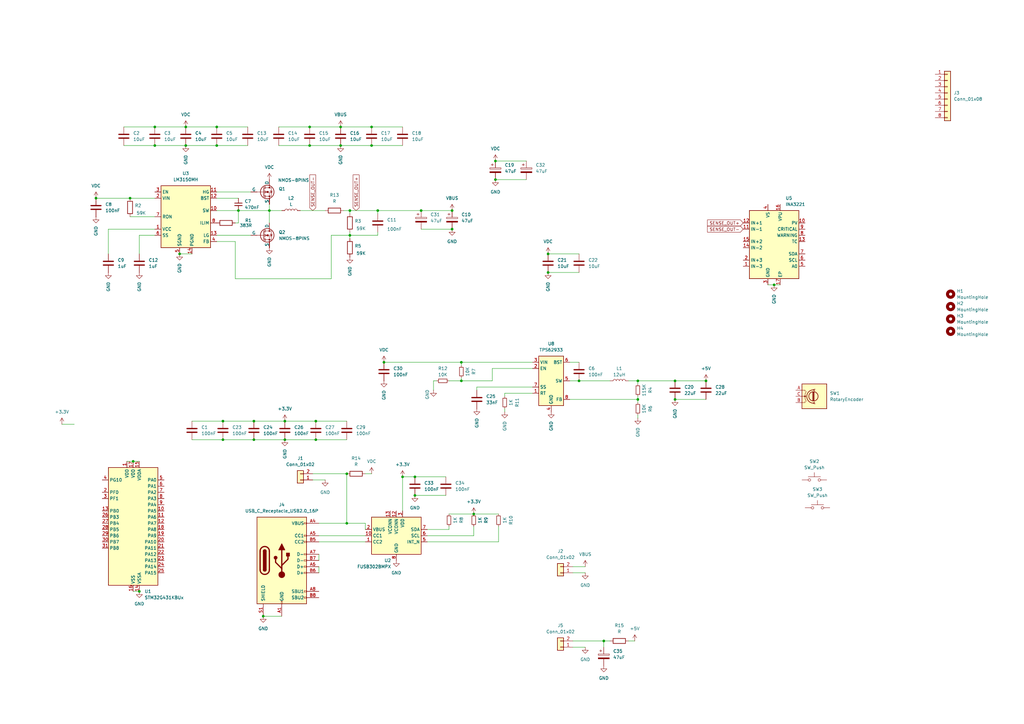
<source format=kicad_sch>
(kicad_sch (version 20250114) (generator "eeschema") (generator_version "9.0")
  (paper "A3")
  (junction (at 143.51 86.36))
  (junction (at 170.18 203.2))
  (junction (at -34.29 144.78))
  (junction (at 39.37 81.28))
  (junction (at 57.15 242.57))
  (junction (at 107.95 252.73))
  (junction (at 127 59.69))
  (junction (at 110.49 86.36))
  (junction (at 224.79 104.14))
  (junction (at 73.66 104.14))
  (junction (at 203.2 73.66))
  (junction (at 104.14 180.34))
  (junction (at 247.65 262.89))
  (junction (at 88.9 52.07))
  (junction (at 97.79 86.36))
  (junction (at 91.44 180.34))
  (junction (at 261.62 156.21))
  (junction (at 143.51 96.52))
  (junction (at 139.7 52.07))
  (junction (at 289.56 156.21))
  (junction (at 63.5 59.69))
  (junction (at 76.2 52.07))
  (junction (at 104.14 172.72))
  (junction (at 142.24 214.63))
  (junction (at 63.5 52.07))
  (junction (at 91.44 172.72))
  (junction (at 152.4 52.07))
  (junction (at 54.61 189.23))
  (junction (at 189.23 156.21))
  (junction (at 129.54 180.34))
  (junction (at 127 52.07))
  (junction (at 157.48 148.59))
  (junction (at 203.2 66.04))
  (junction (at 261.62 163.83))
  (junction (at 88.9 59.69))
  (junction (at 116.84 180.34))
  (junction (at 185.42 93.98))
  (junction (at -31.75 144.78))
  (junction (at 76.2 59.69))
  (junction (at 165.1 195.58))
  (junction (at 152.4 59.69))
  (junction (at 129.54 172.72))
  (junction (at 53.34 81.28))
  (junction (at 189.23 148.59))
  (junction (at 116.84 172.72))
  (junction (at 237.49 156.21))
  (junction (at 185.42 86.36))
  (junction (at 139.7 59.69))
  (junction (at 194.31 210.82))
  (junction (at -36.83 144.78))
  (junction (at 224.79 111.76))
  (junction (at 317.5 116.84))
  (junction (at 154.94 86.36))
  (junction (at 172.72 86.36))
  (junction (at 276.86 156.21))
  (junction (at 142.24 194.31))
  (junction (at -29.21 144.78))
  (junction (at 170.18 195.58))
  (junction (at 276.86 163.83))
  (wire (pts (xy 204.47 222.25) (xy 204.47 215.9)))
  (wire (pts (xy 201.93 156.21) (xy 201.93 151.13)))
  (wire (pts (xy 53.34 88.9) (xy 63.5 88.9)))
  (wire (pts (xy 127 52.07) (xy 139.7 52.07)))
  (wire (pts (xy 91.44 180.34) (xy 104.14 180.34)))
  (wire (pts (xy 116.84 172.72) (xy 129.54 172.72)))
  (wire (pts (xy -31.75 144.78) (xy -29.21 144.78)))
  (wire (pts (xy 194.31 219.71) (xy 194.31 215.9)))
  (wire (pts (xy 88.9 99.06) (xy 96.52 99.06)))
  (wire (pts (xy 96.52 99.06) (xy 96.52 114.3)))
  (wire (pts (xy 207.01 167.64) (xy 207.01 168.91)))
  (wire (pts (xy 54.61 189.23) (xy 57.15 189.23)))
  (wire (pts (xy 157.48 148.59) (xy 189.23 148.59)))
  (wire (pts (xy 96.52 114.3) (xy 135.89 114.3)))
  (wire (pts (xy 177.8 156.21) (xy 179.07 156.21)))
  (wire (pts (xy 104.14 172.72) (xy 116.84 172.72)))
  (wire (pts (xy 63.5 93.98) (xy 44.45 93.98)))
  (wire (pts (xy 314.96 116.84) (xy 317.5 116.84)))
  (wire (pts (xy 240.03 234.95) (xy 234.95 234.95)))
  (wire (pts (xy 104.14 180.34) (xy 116.84 180.34)))
  (wire (pts (xy 39.37 81.28) (xy 53.34 81.28)))
  (wire (pts (xy 110.49 86.36) (xy 110.49 91.44)))
  (wire (pts (xy 129.54 180.34) (xy 142.24 180.34)))
  (wire (pts (xy 143.51 86.36) (xy 154.94 86.36)))
  (wire (pts (xy 76.2 52.07) (xy 88.9 52.07)))
  (wire (pts (xy 189.23 148.59) (xy 218.44 148.59)))
  (wire (pts (xy 139.7 52.07) (xy 152.4 52.07)))
  (wire (pts (xy 78.74 180.34) (xy 91.44 180.34)))
  (wire (pts (xy 114.3 59.69) (xy 127 59.69)))
  (wire (pts (xy 57.15 104.14) (xy 57.15 96.52)))
  (wire (pts (xy 44.45 93.98) (xy 44.45 104.14)))
  (wire (pts (xy -36.83 135.89) (xy -36.83 144.78)))
  (wire (pts (xy 130.81 227.33) (xy 130.81 229.87)))
  (wire (pts (xy 114.3 52.07) (xy 127 52.07)))
  (wire (pts (xy 123.19 86.36) (xy 133.35 86.36)))
  (wire (pts (xy 170.18 195.58) (xy 182.88 195.58)))
  (wire (pts (xy 195.58 160.02) (xy 195.58 158.75)))
  (wire (pts (xy 116.84 180.34) (xy 129.54 180.34)))
  (wire (pts (xy 203.2 66.04) (xy 215.9 66.04)))
  (wire (pts (xy 165.1 195.58) (xy 165.1 209.55)))
  (wire (pts (xy 207.01 161.29) (xy 218.44 161.29)))
  (wire (pts (xy 143.51 86.36) (xy 143.51 87.63)))
  (wire (pts (xy 276.86 163.83) (xy 289.56 163.83)))
  (wire (pts (xy 130.81 232.41) (xy 130.81 234.95)))
  (wire (pts (xy 63.5 52.07) (xy 76.2 52.07)))
  (wire (pts (xy 175.26 219.71) (xy 194.31 219.71)))
  (wire (pts (xy 237.49 148.59) (xy 233.68 148.59)))
  (wire (pts (xy 170.18 203.2) (xy 182.88 203.2)))
  (wire (pts (xy 233.68 163.83) (xy 261.62 163.83)))
  (wire (pts (xy 149.86 217.17) (xy 149.86 214.63)))
  (wire (pts (xy 139.7 59.69) (xy 152.4 59.69)))
  (wire (pts (xy 261.62 162.56) (xy 261.62 163.83)))
  (wire (pts (xy 88.9 96.52) (xy 102.87 96.52)))
  (wire (pts (xy 76.2 59.69) (xy 88.9 59.69)))
  (wire (pts (xy 135.89 96.52) (xy 143.51 96.52)))
  (wire (pts (xy 194.31 210.82) (xy 204.47 210.82)))
  (wire (pts (xy -34.29 144.78) (xy -31.75 144.78)))
  (wire (pts (xy 195.58 158.75) (xy 218.44 158.75)))
  (wire (pts (xy 97.79 86.36) (xy 110.49 86.36)))
  (wire (pts (xy 88.9 78.74) (xy 102.87 78.74)))
  (wire (pts (xy 128.27 196.85) (xy 133.35 196.85)))
  (wire (pts (xy 107.95 252.73) (xy 115.57 252.73)))
  (wire (pts (xy 203.2 73.66) (xy 215.9 73.66)))
  (wire (pts (xy 154.94 95.25) (xy 154.94 96.52)))
  (wire (pts (xy 154.94 86.36) (xy 172.72 86.36)))
  (wire (pts (xy 130.81 219.71) (xy 149.86 219.71)))
  (wire (pts (xy 177.8 160.02) (xy 177.8 156.21)))
  (wire (pts (xy 257.81 262.89) (xy 260.35 262.89)))
  (wire (pts (xy 152.4 52.07) (xy 165.1 52.07)))
  (wire (pts (xy 261.62 156.21) (xy 276.86 156.21)))
  (wire (pts (xy 143.51 96.52) (xy 154.94 96.52)))
  (wire (pts (xy 135.89 114.3) (xy 135.89 96.52)))
  (wire (pts (xy 52.07 189.23) (xy 54.61 189.23)))
  (wire (pts (xy 54.61 242.57) (xy 57.15 242.57)))
  (wire (pts (xy 240.03 232.41) (xy 234.95 232.41)))
  (wire (pts (xy 142.24 194.31) (xy 142.24 214.63)))
  (wire (pts (xy 127 59.69) (xy 139.7 59.69)))
  (wire (pts (xy 88.9 81.28) (xy 97.79 81.28)))
  (wire (pts (xy 78.74 172.72) (xy 91.44 172.72)))
  (wire (pts (xy 189.23 156.21) (xy 189.23 154.94)))
  (wire (pts (xy 76.2 59.69) (xy 63.5 59.69)))
  (wire (pts (xy -29.21 144.78) (xy -26.67 144.78)))
  (wire (pts (xy 184.15 217.17) (xy 184.15 215.9)))
  (wire (pts (xy 88.9 86.36) (xy 97.79 86.36)))
  (wire (pts (xy 172.72 86.36) (xy 185.42 86.36)))
  (wire (pts (xy 25.4 173.99) (xy 30.48 173.99)))
  (wire (pts (xy 237.49 156.21) (xy 233.68 156.21)))
  (wire (pts (xy 261.62 163.83) (xy 261.62 165.1)))
  (wire (pts (xy 165.1 195.58) (xy 170.18 195.58)))
  (wire (pts (xy 317.5 116.84) (xy 320.04 116.84)))
  (wire (pts (xy 129.54 172.72) (xy 142.24 172.72)))
  (wire (pts (xy 88.9 59.69) (xy 101.6 59.69)))
  (wire (pts (xy 130.81 214.63) (xy 142.24 214.63)))
  (wire (pts (xy 261.62 157.48) (xy 261.62 156.21)))
  (wire (pts (xy 201.93 151.13) (xy 218.44 151.13)))
  (wire (pts (xy 261.62 171.45) (xy 261.62 170.18)))
  (wire (pts (xy 207.01 162.56) (xy 207.01 161.29)))
  (wire (pts (xy 247.65 265.43) (xy 247.65 262.89)))
  (wire (pts (xy 73.66 104.14) (xy 78.74 104.14)))
  (wire (pts (xy 96.52 91.44) (xy 97.79 91.44)))
  (wire (pts (xy 110.49 86.36) (xy 110.49 83.82)))
  (wire (pts (xy 234.95 262.89) (xy 247.65 262.89)))
  (wire (pts (xy 224.79 111.76) (xy 237.49 111.76)))
  (wire (pts (xy 88.9 52.07) (xy 101.6 52.07)))
  (wire (pts (xy 149.86 194.31) (xy 152.4 194.31)))
  (wire (pts (xy 276.86 156.21) (xy 289.56 156.21)))
  (wire (pts (xy 237.49 156.21) (xy 250.19 156.21)))
  (wire (pts (xy 142.24 214.63) (xy 149.86 214.63)))
  (wire (pts (xy 143.51 95.25) (xy 143.51 96.52)))
  (wire (pts (xy 175.26 222.25) (xy 204.47 222.25)))
  (wire (pts (xy 128.27 194.31) (xy 142.24 194.31)))
  (wire (pts (xy 184.15 210.82) (xy 194.31 210.82)))
  (wire (pts (xy 50.8 52.07) (xy 63.5 52.07)))
  (wire (pts (xy 189.23 149.86) (xy 189.23 148.59)))
  (wire (pts (xy 130.81 222.25) (xy 149.86 222.25)))
  (wire (pts (xy 110.49 86.36) (xy 115.57 86.36)))
  (wire (pts (xy 184.15 156.21) (xy 189.23 156.21)))
  (wire (pts (xy 247.65 262.89) (xy 250.19 262.89)))
  (wire (pts (xy 257.81 156.21) (xy 261.62 156.21)))
  (wire (pts (xy 50.8 59.69) (xy 63.5 59.69)))
  (wire (pts (xy 175.26 217.17) (xy 184.15 217.17)))
  (wire (pts (xy 224.79 104.14) (xy 237.49 104.14)))
  (wire (pts (xy 154.94 86.36) (xy 154.94 87.63)))
  (wire (pts (xy 189.23 156.21) (xy 201.93 156.21)))
  (wire (pts (xy 152.4 59.69) (xy 165.1 59.69)))
  (wire (pts (xy 185.42 93.98) (xy 172.72 93.98)))
  (wire (pts (xy 53.34 81.28) (xy 63.5 81.28)))
  (wire (pts (xy 97.79 91.44) (xy 97.79 86.36)))
  (wire (pts (xy 143.51 96.52) (xy 143.51 97.79)))
  (wire (pts (xy 91.44 172.72) (xy 104.14 172.72)))
  (wire (pts (xy 240.03 265.43) (xy 234.95 265.43)))
  (wire (pts (xy 57.15 96.52) (xy 63.5 96.52)))
  (wire (pts (xy -36.83 144.78) (xy -34.29 144.78)))
  (wire (pts (xy 143.51 86.36) (xy 140.97 86.36)))
  (global_label "SENSE_OUT+" (shape input) (at 146.05 86.36 90) (property "Intersheetrefs" "${INTERSHEET_REFS}" (effects (hide yes))))
  (global_label "SENSE_OUT-" (shape input) (at 304.8 93.98 180) (property "Intersheetrefs" "${INTERSHEET_REFS}" (effects (hide yes))))
  (global_label "SENSE_OUT+" (shape input) (at 304.8 91.44 180) (property "Intersheetrefs" "${INTERSHEET_REFS}" (effects (hide yes))))
  (global_label "SENSE_OUT-" (shape input) (at 128.27 86.36 90) (property "Intersheetrefs" "${INTERSHEET_REFS}" (effects (hide yes))))
  (symbol (lib_id "Connector_Generic:Conn_01x02") (at 229.87 234.95 180) (unit 1)
    (property "Reference" "J2" (at 229.87 226.06 0))
    (property "Value" "Conn_01x02" (at 229.87 228.6 0))
    (property "Footprint" "Connector_AMASS:AMASS_XT30PW-M_1x02_P2.50mm_Horizontal" (effects (hide yes)))
    (property "Description" "Generic connector, single row, 01x02, script generated (kicad-library-utils/schlib/autogen/connector/)" (effects (hide yes)))
  )
  (symbol (lib_id "Power_Management:INA3221") (at 317.5 101.6 0) (unit 1)
    (property "Reference" "U5" (at 322.1833 81.28 0) (effects (justify left)))
    (property "Value" "INA3221" (at 322.1833 83.82 0) (effects (justify left)))
    (property "Footprint" "Package_DFN_QFN:Texas_RGV0016A_VQFN-16-1EP_4x4mm_P0.65mm_EP2.1x2.1mm" (effects (hide yes)))
    (property "Datasheet" "http://www.ti.com/lit/ds/symlink/ina3221.pdf" (effects (hide yes)))
    (property "Description" "Triple-Channel High-Side Shunt and Bus Voltage Monitor with I2C and SMBUS Compatible Interface, QFN-16" (effects (hide yes)))
  )
  (symbol (lib_id "Device:C") (at 101.6 55.88 180) (unit 1)
    (property "Reference" "C13" (at 105.41 54.6099 0) (effects (justify right)))
    (property "Value" "10uF" (at 105.41 57.1499 0) (effects (justify right)))
    (property "Footprint" "Capacitor_SMD:C_1206_3216Metric" (effects (hide yes)))
    (property "Description" "Unpolarized capacitor" (effects (hide yes)))
  )
  (symbol (lib_id "Device:R") (at 143.51 91.44 180) (unit 1)
    (property "Reference" "R3" (at 146.812 90.678 0))
    (property "Value" "59K" (at 148.082 93.726 0))
    (property "Footprint" "Resistor_SMD:R_0603_1608Metric" (effects (hide yes)))
    (property "Description" "Resistor" (effects (hide yes)))
  )
  (symbol (lib_id "power:+5V") (at 289.56 156.21 0) (unit 1)
    (property "Reference" "#PWR019" (effects (hide yes)))
    (property "Value" "+5V" (at 289.56 151.13 0))
    (property "Description" "Power symbol creates a global label with name \"+5V\"" (effects (hide yes)))
  )
  (symbol (lib_id "Device:R_Small") (at 261.62 167.64 0) (mirror x) (unit 1)
    (property "Reference" "R6" (at 266.7 167.64 90))
    (property "Value" "10K" (at 264.16 167.64 90))
    (property "Footprint" "Resistor_SMD:R_0603_1608Metric" (effects (hide yes)))
    (property "Description" "Resistor, small symbol" (effects (hide yes)))
  )
  (symbol (lib_id "Device:C") (at 104.14 176.53 0) (unit 1)
    (property "Reference" "C24" (at 107.95 175.2599 0) (effects (justify left)))
    (property "Value" "100nF" (at 107.95 177.7999 0) (effects (justify left)))
    (property "Footprint" "Capacitor_SMD:C_0603_1608Metric" (effects (hide yes)))
    (property "Description" "Unpolarized capacitor" (effects (hide yes)))
  )
  (symbol (lib_id "Device:R_Small") (at 189.23 152.4 0) (mirror x) (unit 1)
    (property "Reference" "R7" (at 194.31 152.4 90))
    (property "Value" "10K" (at 191.77 152.4 90))
    (property "Footprint" "Resistor_SMD:R_0603_1608Metric" (effects (hide yes)))
    (property "Description" "Resistor, small symbol" (effects (hide yes)))
  )
  (symbol (lib_id "Device:C") (at 116.84 176.53 0) (unit 1)
    (property "Reference" "C26" (at 120.65 175.2599 0) (effects (justify left)))
    (property "Value" "100nF" (at 120.65 177.7999 0) (effects (justify left)))
    (property "Footprint" "Capacitor_SMD:C_0603_1608Metric" (effects (hide yes)))
    (property "Description" "Unpolarized capacitor" (effects (hide yes)))
  )
  (symbol (lib_id "power:VDC") (at 152.4 194.31 0) (unit 1)
    (property "Reference" "#PWR025" (effects (hide yes)))
    (property "Value" "VDC" (at 152.4 189.23 0))
    (property "Description" "Power symbol creates a global label with name \"VDC\"" (effects (hide yes)))
  )
  (symbol (lib_id "power:VBUS") (at 139.7 52.07 0) (unit 1)
    (property "Reference" "#PWR022" (effects (hide yes)))
    (property "Value" "VBUS" (at 139.7 46.99 0))
    (property "Description" "Power symbol creates a global label with name \"VBUS\"" (effects (hide yes)))
  )
  (symbol (lib_id "TiManh:NMOS-8PINS") (at 109.22 78.74 0) (unit 1)
    (property "Reference" "Q1" (at 114.3 77.4699 0) (effects (justify left)))
    (property "Value" "NMOS-8PINS" (at 114.046 73.914 0) (effects (justify left)))
    (property "Footprint" "Package_DFN_QFN:PQFN-8-EP_6x5mm_P1.27mm_Generic" (effects (hide yes)))
  )
  (symbol (lib_id "power:GND") (at 162.56 229.87 0) (mirror y) (unit 1)
    (property "Reference" "#PWR04" (effects (hide yes)))
    (property "Value" "GND" (at 162.56 234.95 0))
    (property "Description" "Power symbol creates a global label with name \"GND\" , ground" (effects (hide yes)))
  )
  (symbol (lib_id "power:GND") (at 177.8 160.02 0) (unit 1)
    (property "Reference" "#PWR010" (effects (hide yes)))
    (property "Value" "GND" (at 175.26 159.766 90) (effects (justify right)))
    (property "Description" "Power symbol creates a global label with name \"GND\" , ground" (effects (hide yes)))
  )
  (symbol (lib_id "Device:R") (at 146.05 194.31 90) (unit 1)
    (property "Reference" "R14" (at 146.05 187.96 90))
    (property "Value" "R" (at 146.05 190.5 90))
    (property "Footprint" "Resistor_SMD:R_2512_6332Metric" (effects (hide yes)))
    (property "Description" "Resistor" (effects (hide yes)))
  )
  (symbol (lib_id "Device:R") (at 143.51 101.6 180) (unit 1)
    (property "Reference" "R5" (at 146.812 100.838 0))
    (property "Value" "59K" (at 148.082 103.886 0))
    (property "Footprint" "Resistor_SMD:R_0603_1608Metric" (effects (hide yes)))
    (property "Description" "Resistor" (effects (hide yes)))
  )
  (symbol (lib_id "Device:C") (at 289.56 160.02 180) (unit 1)
    (property "Reference" "C28" (at 293.37 158.7499 0) (effects (justify right)))
    (property "Value" "22uF" (at 293.37 161.2899 0) (effects (justify right)))
    (property "Footprint" "Capacitor_SMD:C_1206_3216Metric" (effects (hide yes)))
    (property "Description" "Unpolarized capacitor" (effects (hide yes)))
  )
  (symbol (lib_id "Device:C") (at 39.37 85.09 0) (unit 1)
    (property "Reference" "C8" (at 43.18 83.8199 0) (effects (justify left)))
    (property "Value" "100nF" (at 43.18 86.3599 0) (effects (justify left)))
    (property "Footprint" "Capacitor_SMD:C_0603_1608Metric" (effects (hide yes)))
    (property "Description" "Unpolarized capacitor" (effects (hide yes)))
  )
  (symbol (lib_id "power:GND") (at 57.15 242.57 0) (unit 1)
    (property "Reference" "#PWR038" (effects (hide yes)))
    (property "Value" "GND" (at 57.15 247.65 0))
    (property "Description" "Power symbol creates a global label with name \"GND\" , ground" (effects (hide yes)))
  )
  (symbol (lib_id "Device:R_Small") (at 207.01 165.1 0) (mirror x) (unit 1)
    (property "Reference" "R11" (at 212.09 165.1 90))
    (property "Value" "1K" (at 209.55 165.1 90))
    (property "Footprint" "Resistor_SMD:R_0603_1608Metric" (effects (hide yes)))
    (property "Description" "Resistor, small symbol" (effects (hide yes)))
  )
  (symbol (lib_id "Device:C") (at 237.49 152.4 180) (unit 1)
    (property "Reference" "C6" (at 241.3 151.1299 0) (effects (justify right)))
    (property "Value" "100nF" (at 241.3 153.6699 0) (effects (justify right)))
    (property "Footprint" "Capacitor_SMD:C_0603_1608Metric" (effects (hide yes)))
    (property "Description" "Unpolarized capacitor" (effects (hide yes)))
  )
  (symbol (lib_id "power:GND") (at 224.79 111.76 0) (unit 1)
    (property "Reference" "#PWR033" (effects (hide yes)))
    (property "Value" "GND" (at 224.7901 115.57 90) (effects (justify right)))
    (property "Description" "Power symbol creates a global label with name \"GND\" , ground" (effects (hide yes)))
  )
  (symbol (lib_id "power:GND") (at 226.06 168.91 0) (unit 1)
    (property "Reference" "#PWR029" (effects (hide yes)))
    (property "Value" "GND" (at 226.0601 172.72 90) (effects (justify right)))
    (property "Description" "Power symbol creates a global label with name \"GND\" , ground" (effects (hide yes)))
  )
  (symbol (lib_id "Device:C") (at 224.79 107.95 180) (unit 1)
    (property "Reference" "C21" (at 228.6 106.6799 0) (effects (justify right)))
    (property "Value" "10uF" (at 228.6 109.2199 0) (effects (justify right)))
    (property "Footprint" "Capacitor_SMD:C_1206_3216Metric" (effects (hide yes)))
    (property "Description" "Unpolarized capacitor" (effects (hide yes)))
  )
  (symbol (lib_id "Device:R_Small") (at 181.61 156.21 270) (mirror x) (unit 1)
    (property "Reference" "R12" (at 181.61 151.13 90))
    (property "Value" "10K" (at 181.61 153.67 90))
    (property "Footprint" "Resistor_SMD:R_0603_1608Metric" (effects (hide yes)))
    (property "Description" "Resistor, small symbol" (effects (hide yes)))
  )
  (symbol (lib_id "Device:C_Polarized") (at 247.65 269.24 0) (unit 1)
    (property "Reference" "C35" (at 251.46 267.0809 0) (effects (justify left)))
    (property "Value" "47uF" (at 251.46 269.6209 0) (effects (justify left)))
    (property "Footprint" "Capacitor_SMD:CP_Elec_6.3x5.9" (effects (hide yes)))
    (property "Description" "Polarized capacitor" (effects (hide yes)))
  )
  (symbol (lib_id "Device:C_Polarized") (at 172.72 90.17 0) (unit 1)
    (property "Reference" "C31" (at 176.53 88.0109 0) (effects (justify left)))
    (property "Value" "47uF" (at 176.53 90.5509 0) (effects (justify left)))
    (property "Footprint" "Capacitor_SMD:CP_Elec_6.3x5.9" (effects (hide yes)))
    (property "Description" "Polarized capacitor" (effects (hide yes)))
  )
  (symbol (lib_id "Device:C") (at 91.44 176.53 0) (unit 1)
    (property "Reference" "C23" (at 95.25 175.2599 0) (effects (justify left)))
    (property "Value" "100nF" (at 95.25 177.7999 0) (effects (justify left)))
    (property "Footprint" "Capacitor_SMD:C_0603_1608Metric" (effects (hide yes)))
    (property "Description" "Unpolarized capacitor" (effects (hide yes)))
  )
  (symbol (lib_id "power:+3.3V") (at 25.4 173.99 0) (unit 1)
    (property "Reference" "#PWR037" (effects (hide yes)))
    (property "Value" "+3.3V" (at 25.4 168.91 0))
    (property "Description" "Power symbol creates a global label with name \"+3.3V\"" (effects (hide yes)))
  )
  (symbol (lib_id "Connector:USB_C_Receptacle_USB2.0_16P") (at 115.57 229.87 0) (unit 1)
    (property "Reference" "J4" (at 115.57 207.01 0))
    (property "Value" "USB_C_Receptacle_USB2.0_16P" (at 115.57 209.55 0))
    (property "Footprint" "Connector_USB:USB_C_Receptacle_GCT_USB4105-xx-A_16P_TopMnt_Horizontal" (effects (hide yes)))
    (property "Datasheet" "https://www.usb.org/sites/default/files/documents/usb_type-c.zip" (effects (hide yes)))
    (property "Description" "USB 2.0-only 16P Type-C Receptacle connector" (effects (hide yes)))
  )
  (symbol (lib_id "power:GND") (at 116.84 180.34 0) (unit 1)
    (property "Reference" "#PWR034" (effects (hide yes)))
    (property "Value" "GND" (at 116.8401 184.15 90) (effects (justify right)))
    (property "Description" "Power symbol creates a global label with name \"GND\" , ground" (effects (hide yes)))
  )
  (symbol (lib_id "Device:C") (at 237.49 107.95 180) (unit 1)
    (property "Reference" "C22" (at 241.3 106.6799 0) (effects (justify right)))
    (property "Value" "10uF" (at 241.3 109.2199 0) (effects (justify right)))
    (property "Footprint" "Capacitor_SMD:C_1206_3216Metric" (effects (hide yes)))
    (property "Description" "Unpolarized capacitor" (effects (hide yes)))
  )
  (symbol (lib_id "Device:C") (at 44.45 107.95 0) (unit 1)
    (property "Reference" "C9" (at 48.26 106.6799 0) (effects (justify left)))
    (property "Value" "1uF" (at 48.26 109.2199 0) (effects (justify left)))
    (property "Footprint" "Capacitor_SMD:C_0603_1608Metric" (effects (hide yes)))
    (property "Description" "Unpolarized capacitor" (effects (hide yes)))
  )
  (symbol (lib_id "Mechanical:MountingHole") (at 389.89 125.73 0) (unit 1) (in_bom no)
    (property "Reference" "H2" (at 392.43 124.4599 0) (effects (justify left)))
    (property "Value" "MountingHole" (at 392.43 126.9999 0) (effects (justify left)))
    (property "Footprint" "MountingHole:MountingHole_2.2mm_M2" (effects (hide yes)))
    (property "Description" "Mounting Hole without connection" (effects (hide yes)))
  )
  (symbol (lib_id "Device:C") (at 152.4 55.88 180) (unit 1)
    (property "Reference" "C17" (at 156.21 54.6099 0) (effects (justify right)))
    (property "Value" "10uF" (at 156.21 57.1499 0) (effects (justify right)))
    (property "Footprint" "Capacitor_SMD:C_1206_3216Metric" (effects (hide yes)))
    (property "Description" "Unpolarized capacitor" (effects (hide yes)))
  )
  (symbol (lib_id "power:GND") (at 107.95 252.73 0) (unit 1)
    (property "Reference" "#PWR01" (effects (hide yes)))
    (property "Value" "GND" (at 107.95 257.81 0))
    (property "Description" "Power symbol creates a global label with name \"GND\" , ground" (effects (hide yes)))
  )
  (symbol (lib_id "power:GND") (at 240.03 265.43 0) (unit 1)
    (property "Reference" "#PWR031" (effects (hide yes)))
    (property "Value" "GND" (at 240.03 270.51 0))
    (property "Description" "Power symbol creates a global label with name \"GND\" , ground" (effects (hide yes)))
  )
  (symbol (lib_id "Device:C") (at 129.54 176.53 0) (unit 1)
    (property "Reference" "C27" (at 133.35 175.2599 0) (effects (justify left)))
    (property "Value" "100nF" (at 133.35 177.7999 0) (effects (justify left)))
    (property "Footprint" "Capacitor_SMD:C_0603_1608Metric" (effects (hide yes)))
    (property "Description" "Unpolarized capacitor" (effects (hide yes)))
  )
  (symbol (lib_id "power:VDC") (at 76.2 52.07 0) (unit 1)
    (property "Reference" "#PWR02" (effects (hide yes)))
    (property "Value" "VDC" (at 76.2 46.99 0))
    (property "Description" "Power symbol creates a global label with name \"VDC\"" (effects (hide yes)))
  )
  (symbol (lib_id "Connector_Generic:Conn_01x02") (at 229.87 265.43 180) (unit 1)
    (property "Reference" "J5" (at 229.87 256.54 0))
    (property "Value" "Conn_01x02" (at 229.87 259.08 0))
    (property "Footprint" "Connector_AMASS:AMASS_XT30PW-M_1x02_P2.50mm_Horizontal" (effects (hide yes)))
    (property "Description" "Generic connector, single row, 01x02, script generated (kicad-library-utils/schlib/autogen/connector/)" (effects (hide yes)))
  )
  (symbol (lib_id "Device:C_Small") (at 97.79 83.82 0) (unit 1)
    (property "Reference" "C7" (at 100.33 82.5562 0) (effects (justify left)))
    (property "Value" "470nF" (at 100.33 85.0962 0) (effects (justify left)))
    (property "Footprint" "Capacitor_SMD:C_0603_1608Metric" (effects (hide yes)))
    (property "Description" "Unpolarized capacitor, small symbol" (effects (hide yes)))
  )
  (symbol (lib_id "Device:C") (at 63.5 55.88 180) (unit 1)
    (property "Reference" "C3" (at 67.31 54.6099 0) (effects (justify right)))
    (property "Value" "10uF" (at 67.31 57.1499 0) (effects (justify right)))
    (property "Footprint" "Capacitor_SMD:C_1206_3216Metric" (effects (hide yes)))
    (property "Description" "Unpolarized capacitor" (effects (hide yes)))
  )
  (symbol (lib_id "power:GND") (at 195.58 167.64 0) (unit 1)
    (property "Reference" "#PWR08" (effects (hide yes)))
    (property "Value" "GND" (at 195.5801 171.45 90) (effects (justify right)))
    (property "Description" "Power symbol creates a global label with name \"GND\" , ground" (effects (hide yes)))
  )
  (symbol (lib_id "power:+3.3V") (at -36.83 135.89 0) (unit 1)
    (property "Reference" "#PWR036" (effects (hide yes)))
    (property "Value" "+3.3V" (at -36.83 130.81 0))
    (property "Description" "Power symbol creates a global label with name \"+3.3V\"" (effects (hide yes)))
  )
  (symbol (lib_id "Device:L") (at 119.38 86.36 90) (unit 1)
    (property "Reference" "L2" (at 119.38 81.28 90))
    (property "Value" "L" (at 119.38 83.82 90))
    (property "Footprint" "Inductor_SMD:L_7.3x7.3_H4.5" (effects (hide yes)))
    (property "Description" "Inductor" (effects (hide yes)))
  )
  (symbol (lib_id "power:GND") (at 247.65 273.05 0) (unit 1)
    (property "Reference" "#PWR045" (effects (hide yes)))
    (property "Value" "GND" (at 247.65 278.13 0))
    (property "Description" "Power symbol creates a global label with name \"GND\" , ground" (effects (hide yes)))
  )
  (symbol (lib_id "Device:C") (at 182.88 199.39 0) (unit 1)
    (property "Reference" "C34" (at 186.69 198.1199 0) (effects (justify left)))
    (property "Value" "100nF" (at 186.69 200.6599 0) (effects (justify left)))
    (property "Footprint" "Capacitor_SMD:C_0603_1608Metric" (effects (hide yes)))
    (property "Description" "Unpolarized capacitor" (effects (hide yes)))
  )
  (symbol (lib_id "MCU_ST_STM32G4:STM32G431KBUx") (at 54.61 217.17 0) (unit 1)
    (property "Reference" "U1" (at 59.2933 242.57 0) (effects (justify left)))
    (property "Value" "STM32G431KBUx" (at 59.2933 245.11 0) (effects (justify left)))
    (property "Footprint" "Package_DFN_QFN:QFN-32-1EP_5x5mm_P0.5mm_EP3.45x3.45mm" (effects (hide yes)))
    (property "Datasheet" "https://www.st.com/resource/en/datasheet/stm32g431kb.pdf" (effects (hide yes)))
    (property "Description" "STMicroelectronics Arm Cortex-M4 MCU, 128KB flash, 32KB RAM, 170 MHz, 1.71-3.6V, 26 GPIO, UFQFPN32" (effects (hide yes)))
  )
  (symbol (lib_id "power:VDC") (at 203.2 66.04 0) (unit 1)
    (property "Reference" "#PWR040" (effects (hide yes)))
    (property "Value" "VDC" (at 203.2 60.96 0))
    (property "Description" "Power symbol creates a global label with name \"VDC\"" (effects (hide yes)))
  )
  (symbol (lib_id "Device:C_Polarized") (at 215.9 69.85 0) (unit 1)
    (property "Reference" "C32" (at 219.71 67.6909 0) (effects (justify left)))
    (property "Value" "47uF" (at 219.71 70.2309 0) (effects (justify left)))
    (property "Footprint" "Capacitor_SMD:CP_Elec_6.3x5.9" (effects (hide yes)))
    (property "Description" "Polarized capacitor" (effects (hide yes)))
  )
  (symbol (lib_id "Device:C") (at 50.8 55.88 180) (unit 1)
    (property "Reference" "C2" (at 54.61 54.6099 0) (effects (justify right)))
    (property "Value" "10uF" (at 54.61 57.1499 0) (effects (justify right)))
    (property "Footprint" "Capacitor_SMD:C_1206_3216Metric" (effects (hide yes)))
    (property "Description" "Unpolarized capacitor" (effects (hide yes)))
  )
  (symbol (lib_id "power:GND") (at 110.49 101.6 0) (unit 1)
    (property "Reference" "#PWR012" (effects (hide yes)))
    (property "Value" "GND" (at 110.4901 105.41 90) (effects (justify right)))
    (property "Description" "Power symbol creates a global label with name \"GND\" , ground" (effects (hide yes)))
  )
  (symbol (lib_id "power:+5V") (at 260.35 262.89 0) (unit 1)
    (property "Reference" "#PWR030" (effects (hide yes)))
    (property "Value" "+5V" (at 260.35 257.81 0))
    (property "Description" "Power symbol creates a global label with name \"+5V\"" (effects (hide yes)))
  )
  (symbol (lib_id "power:VDC") (at 39.37 81.28 0) (unit 1)
    (property "Reference" "#PWR015" (effects (hide yes)))
    (property "Value" "VDC" (at 39.37 76.2 0))
    (property "Description" "Power symbol creates a global label with name \"VDC\"" (effects (hide yes)))
  )
  (symbol (lib_id "power:GND") (at 317.5 116.84 0) (unit 1)
    (property "Reference" "#PWR044" (effects (hide yes)))
    (property "Value" "GND" (at 317.5001 120.65 90) (effects (justify right)))
    (property "Description" "Power symbol creates a global label with name \"GND\" , ground" (effects (hide yes)))
  )
  (symbol (lib_id "Device:C") (at 127 55.88 180) (unit 1)
    (property "Reference" "C15" (at 130.81 54.6099 0) (effects (justify right)))
    (property "Value" "10uF" (at 130.81 57.1499 0) (effects (justify right)))
    (property "Footprint" "Capacitor_SMD:C_1206_3216Metric" (effects (hide yes)))
    (property "Description" "Unpolarized capacitor" (effects (hide yes)))
  )
  (symbol (lib_id "Device:R_Small") (at 194.31 213.36 0) (mirror x) (unit 1)
    (property "Reference" "R9" (at 199.39 213.36 90))
    (property "Value" "1K" (at 196.85 213.36 90))
    (property "Footprint" "Resistor_SMD:R_0603_1608Metric" (effects (hide yes)))
    (property "Description" "Resistor, small symbol" (effects (hide yes)))
  )
  (symbol (lib_id "Mechanical:MountingHole") (at 389.89 120.65 0) (unit 1) (in_bom no)
    (property "Reference" "H1" (at 392.43 119.3799 0) (effects (justify left)))
    (property "Value" "MountingHole" (at 392.43 121.9199 0) (effects (justify left)))
    (property "Footprint" "MountingHole:MountingHole_2.2mm_M2" (effects (hide yes)))
    (property "Description" "Mounting Hole without connection" (effects (hide yes)))
  )
  (symbol (lib_id "Device:R_Small") (at 184.15 213.36 0) (mirror x) (unit 1)
    (property "Reference" "R8" (at 189.23 213.36 90))
    (property "Value" "1K" (at 186.69 213.36 90))
    (property "Footprint" "Resistor_SMD:R_0603_1608Metric" (effects (hide yes)))
    (property "Description" "Resistor, small symbol" (effects (hide yes)))
  )
  (symbol (lib_id "power:+3.3V") (at 116.84 172.72 0) (unit 1)
    (property "Reference" "#PWR035" (effects (hide yes)))
    (property "Value" "+3.3V" (at 116.84 167.64 0))
    (property "Description" "Power symbol creates a global label with name \"+3.3V\"" (effects (hide yes)))
  )
  (symbol (lib_id "Interface_USB:FUSB302BMPX") (at 162.56 219.71 0) (mirror y) (unit 1)
    (property "Reference" "U2" (at 160.4167 229.87 0) (effects (justify left)))
    (property "Value" "FUSB302BMPX" (at 160.4167 232.41 0) (effects (justify left)))
    (property "Footprint" "Package_DFN_QFN:WQFN-14-1EP_2.5x2.5mm_P0.5mm_EP1.45x1.45mm" (effects (hide yes)))
    (property "Datasheet" "http://www.onsemi.com/pub/Collateral/FUSB302B-D.PDF" (effects (hide yes)))
    (property "Description" "Programmable USB Type-C Controller w/PD, I2C address 0x22, WQFN-14" (effects (hide yes)))
  )
  (symbol (lib_id "Device:R") (at 53.34 85.09 180) (unit 1)
    (property "Reference" "R2" (at 56.642 84.328 0))
    (property "Value" "59K" (at 57.912 87.376 0))
    (property "Footprint" "Resistor_SMD:R_0603_1608Metric" (effects (hide yes)))
    (property "Description" "Resistor" (effects (hide yes)))
  )
  (symbol (lib_id "power:GND") (at 143.51 105.41 0) (unit 1)
    (property "Reference" "#PWR016" (effects (hide yes)))
    (property "Value" "GND" (at 143.5101 109.22 90) (effects (justify right)))
    (property "Description" "Power symbol creates a global label with name \"GND\" , ground" (effects (hide yes)))
  )
  (symbol (lib_id "Device:C") (at 195.58 163.83 180) (unit 1)
    (property "Reference" "C25" (at 199.39 162.5599 0) (effects (justify right)))
    (property "Value" "33nF" (at 199.39 165.0999 0) (effects (justify right)))
    (property "Footprint" "Capacitor_SMD:C_0603_1608Metric" (effects (hide yes)))
    (property "Description" "Unpolarized capacitor" (effects (hide yes)))
  )
  (symbol (lib_id "Device:R") (at 254 262.89 90) (unit 1)
    (property "Reference" "R15" (at 254 256.54 90))
    (property "Value" "R" (at 254 259.08 90))
    (property "Footprint" "Resistor_SMD:R_2512_6332Metric" (effects (hide yes)))
    (property "Description" "Resistor" (effects (hide yes)))
  )
  (symbol (lib_id "Device:C") (at 88.9 55.88 180) (unit 1)
    (property "Reference" "C5" (at 92.71 54.6099 0) (effects (justify right)))
    (property "Value" "10uF" (at 92.71 57.1499 0) (effects (justify right)))
    (property "Footprint" "Capacitor_SMD:C_1206_3216Metric" (effects (hide yes)))
    (property "Description" "Unpolarized capacitor" (effects (hide yes)))
  )
  (symbol (lib_id "power:VDC") (at 157.48 148.59 0) (unit 1)
    (property "Reference" "#PWR017" (effects (hide yes)))
    (property "Value" "VDC" (at 157.48 143.51 0))
    (property "Description" "Power symbol creates a global label with name \"VDC\"" (effects (hide yes)))
  )
  (symbol (lib_id "Device:R_Small") (at 261.62 160.02 0) (mirror x) (unit 1)
    (property "Reference" "R4" (at 266.7 160.02 90))
    (property "Value" "115K" (at 264.16 160.02 90))
    (property "Footprint" "Resistor_SMD:R_0603_1608Metric" (effects (hide yes)))
    (property "Description" "Resistor, small symbol" (effects (hide yes)))
  )
  (symbol (lib_id "Mechanical:MountingHole") (at 389.89 135.89 0) (unit 1) (in_bom no)
    (property "Reference" "H4" (at 392.43 134.6199 0) (effects (justify left)))
    (property "Value" "MountingHole" (at 392.43 137.1599 0) (effects (justify left)))
    (property "Footprint" "MountingHole:MountingHole_2.2mm_M2" (effects (hide yes)))
    (property "Description" "Mounting Hole without connection" (effects (hide yes)))
  )
  (symbol (lib_id "Device:C") (at 154.94 91.44 0) (unit 1)
    (property "Reference" "C11" (at 158.75 90.1699 0) (effects (justify left)))
    (property "Value" "100nF" (at 158.75 93.9799 0) (effects (justify left)))
    (property "Footprint" "Capacitor_SMD:C_0603_1608Metric" (effects (hide yes)))
    (property "Description" "Unpolarized capacitor" (effects (hide yes)))
  )
  (symbol (lib_id "Switch:SW_Push") (at 334.01 196.85 0) (unit 1)
    (property "Reference" "SW2" (at 334.01 189.23 0))
    (property "Value" "SW_Push" (at 334.01 191.77 0))
    (property "Description" "Push button switch, generic, two pins" (effects (hide yes)))
  )
  (symbol (lib_id "power:VBUS") (at 185.42 86.36 0) (unit 1)
    (property "Reference" "#PWR021" (effects (hide yes)))
    (property "Value" "VBUS" (at 185.42 81.28 0))
    (property "Description" "Power symbol creates a global label with name \"VBUS\"" (effects (hide yes)))
  )
  (symbol (lib_id "power:GND") (at 44.45 111.76 0) (unit 1)
    (property "Reference" "#PWR05" (effects (hide yes)))
    (property "Value" "GND" (at 44.4501 115.57 90) (effects (justify right)))
    (property "Description" "Power symbol creates a global label with name \"GND\" , ground" (effects (hide yes)))
  )
  (symbol (lib_id "power:VDC") (at 110.49 73.66 0) (unit 1)
    (property "Reference" "#PWR014" (effects (hide yes)))
    (property "Value" "VDC" (at 110.49 68.58 0))
    (property "Description" "Power symbol creates a global label with name \"VDC\"" (effects (hide yes)))
  )
  (symbol (lib_id "Device:R") (at 92.71 91.44 90) (unit 1)
    (property "Reference" "R1" (at 101.854 90.424 90))
    (property "Value" "383R" (at 100.838 92.456 90))
    (property "Footprint" "Resistor_SMD:R_0603_1608Metric" (effects (hide yes)))
    (property "Description" "Resistor" (effects (hide yes)))
  )
  (symbol (lib_id "power:VDC") (at 224.79 104.14 0) (unit 1)
    (property "Reference" "#PWR032" (effects (hide yes)))
    (property "Value" "VDC" (at 224.79 99.06 0))
    (property "Description" "Power symbol creates a global label with name \"VDC\"" (effects (hide yes)))
  )
  (symbol (lib_id "Switch:SW_Push") (at 335.28 208.28 0) (unit 1)
    (property "Reference" "SW3" (at 335.28 200.66 0))
    (property "Value" "SW_Push" (at 335.28 203.2 0))
    (property "Description" "Push button switch, generic, two pins" (effects (hide yes)))
  )
  (symbol (lib_id "power:VBUS") (at 240.03 232.41 0) (unit 1)
    (property "Reference" "#PWR011" (effects (hide yes)))
    (property "Value" "VBUS" (at 240.03 227.33 0))
    (property "Description" "Power symbol creates a global label with name \"VBUS\"" (effects (hide yes)))
  )
  (symbol (lib_id "power:GND") (at 157.48 156.21 0) (unit 1)
    (property "Reference" "#PWR026" (effects (hide yes)))
    (property "Value" "GND" (at 157.4801 160.02 90) (effects (justify right)))
    (property "Description" "Power symbol creates a global label with name \"GND\" , ground" (effects (hide yes)))
  )
  (symbol (lib_id "power:GND") (at 39.37 88.9 0) (unit 1)
    (property "Reference" "#PWR03" (effects (hide yes)))
    (property "Value" "GND" (at 39.3701 92.71 90) (effects (justify right)))
    (property "Description" "Power symbol creates a global label with name \"GND\" , ground" (effects (hide yes)))
  )
  (symbol (lib_id "TiManh:NMOS-8PINS") (at 109.22 96.52 0) (unit 1)
    (property "Reference" "Q2" (at 114.3 95.2499 0) (effects (justify left)))
    (property "Value" "NMOS-8PINS" (at 114.3 97.7899 0) (effects (justify left)))
    (property "Footprint" "Package_DFN_QFN:PQFN-8-EP_6x5mm_P1.27mm_Generic" (effects (hide yes)))
  )
  (symbol (lib_id "Mechanical:MountingHole") (at 389.89 130.81 0) (unit 1) (in_bom no)
    (property "Reference" "H3" (at 392.43 129.5399 0) (effects (justify left)))
    (property "Value" "MountingHole" (at 392.43 132.0799 0) (effects (justify left)))
    (property "Footprint" "MountingHole:MountingHole_2.2mm_M2" (effects (hide yes)))
    (property "Description" "Mounting Hole without connection" (effects (hide yes)))
  )
  (symbol (lib_id "Device:C") (at 114.3 55.88 180) (unit 1)
    (property "Reference" "C14" (at 118.11 54.6099 0) (effects (justify right)))
    (property "Value" "10uF" (at 118.11 57.1499 0) (effects (justify right)))
    (property "Footprint" "Capacitor_SMD:C_1206_3216Metric" (effects (hide yes)))
    (property "Description" "Unpolarized capacitor" (effects (hide yes)))
  )
  (symbol (lib_id "Connector_Generic:Conn_01x08") (at 388.62 38.1 0) (unit 1)
    (property "Reference" "J3" (at 391.16 38.0999 0) (effects (justify left)))
    (property "Value" "Conn_01x08" (at 391.16 40.6399 0) (effects (justify left)))
    (property "Description" "Generic connector, single row, 01x08, script generated (kicad-library-utils/schlib/autogen/connector/)" (effects (hide yes)))
  )
  (symbol (lib_id "Device:C") (at 157.48 152.4 180) (unit 1)
    (property "Reference" "C30" (at 161.29 151.1299 0) (effects (justify right)))
    (property "Value" "100nF" (at 161.29 153.6699 0) (effects (justify right)))
    (property "Footprint" "Capacitor_SMD:C_0603_1608Metric" (effects (hide yes)))
    (property "Description" "Unpolarized capacitor" (effects (hide yes)))
  )
  (symbol (lib_id "Device:C") (at 142.24 176.53 0) (unit 1)
    (property "Reference" "C29" (at 146.05 175.2599 0) (effects (justify left)))
    (property "Value" "100nF" (at 146.05 177.7999 0) (effects (justify left)))
    (property "Footprint" "Capacitor_SMD:C_0603_1608Metric" (effects (hide yes)))
    (property "Description" "Unpolarized capacitor" (effects (hide yes)))
  )
  (symbol (lib_id "Device:C_Polarized") (at 185.42 90.17 0) (unit 1)
    (property "Reference" "C10" (at 189.23 88.0109 0) (effects (justify left)))
    (property "Value" "47uF" (at 189.23 90.5509 0) (effects (justify left)))
    (property "Footprint" "Capacitor_SMD:CP_Elec_6.3x5.9" (effects (hide yes)))
    (property "Description" "Polarized capacitor" (effects (hide yes)))
  )
  (symbol (lib_id "power:GND") (at 240.03 234.95 0) (unit 1)
    (property "Reference" "#PWR06" (effects (hide yes)))
    (property "Value" "GND" (at 240.03 240.03 0))
    (property "Description" "Power symbol creates a global label with name \"GND\" , ground" (effects (hide yes)))
  )
  (symbol (lib_id "power:+3.3V") (at 165.1 195.58 0) (unit 1)
    (property "Reference" "#PWR041" (effects (hide yes)))
    (property "Value" "+3.3V" (at 165.1 190.5 0))
    (property "Description" "Power symbol creates a global label with name \"+3.3V\"" (effects (hide yes)))
  )
  (symbol (lib_id "power:GND") (at 76.2 59.69 0) (unit 1)
    (property "Reference" "#PWR07" (effects (hide yes)))
    (property "Value" "GND" (at 76.2001 63.5 90) (effects (justify right)))
    (property "Description" "Power symbol creates a global label with name \"GND\" , ground" (effects (hide yes)))
  )
  (symbol (lib_id "Device:C") (at 139.7 55.88 180) (unit 1)
    (property "Reference" "C16" (at 143.51 54.6099 0) (effects (justify right)))
    (property "Value" "10uF" (at 143.51 57.1499 0) (effects (justify right)))
    (property "Footprint" "Capacitor_SMD:C_1206_3216Metric" (effects (hide yes)))
    (property "Description" "Unpolarized capacitor" (effects (hide yes)))
  )
  (symbol (lib_id "MCU_ST_STM32G4:STM32G431CBUx") (at -31.75 190.5 0) (unit 1)
    (property "Reference" "U4" (at -29.6067 236.22 0) (effects (justify left)))
    (property "Value" "STM32G431CBUx" (at -29.6067 238.76 0) (effects (justify left)))
    (property "Footprint" "Package_DFN_QFN:QFN-48-1EP_7x7mm_P0.5mm_EP5.6x5.6mm" (effects (hide yes)))
    (property "Datasheet" "https://www.st.com/resource/en/datasheet/stm32g431cb.pdf" (effects (hide yes)))
    (property "Description" "STMicroelectronics Arm Cortex-M4 MCU, 128KB flash, 32KB RAM, 170 MHz, 1.71-3.6V, 42 GPIO, UFQFPN48" (effects (hide yes)))
  )
  (symbol (lib_id "power:GND") (at 276.86 163.83 0) (unit 1)
    (property "Reference" "#PWR024" (effects (hide yes)))
    (property "Value" "GND" (at 276.8601 167.64 90) (effects (justify right)))
    (property "Description" "Power symbol creates a global label with name \"GND\" , ground" (effects (hide yes)))
  )
  (symbol (lib_id "power:GND") (at 185.42 93.98 0) (unit 1)
    (property "Reference" "#PWR027" (effects (hide yes)))
    (property "Value" "GND" (at 185.42 99.06 0))
    (property "Description" "Power symbol creates a global label with name \"GND\" , ground" (effects (hide yes)))
  )
  (symbol (lib_id "Device:R") (at 137.16 86.36 90) (unit 1)
    (property "Reference" "R13" (at 137.16 80.01 90))
    (property "Value" "R" (at 137.16 82.55 90))
    (property "Footprint" "Resistor_SMD:R_2512_6332Metric" (effects (hide yes)))
    (property "Description" "Resistor" (effects (hide yes)))
  )
  (symbol (lib_id "Device:C") (at 76.2 55.88 180) (unit 1)
    (property "Reference" "C4" (at 80.01 54.6099 0) (effects (justify right)))
    (property "Value" "10uF" (at 80.01 57.1499 0) (effects (justify right)))
    (property "Footprint" "Capacitor_SMD:C_1206_3216Metric" (effects (hide yes)))
    (property "Description" "Unpolarized capacitor" (effects (hide yes)))
  )
  (symbol (lib_id "power:GND") (at 57.15 111.76 0) (unit 1)
    (property "Reference" "#PWR018" (effects (hide yes)))
    (property "Value" "GND" (at 57.1501 115.57 90) (effects (justify right)))
    (property "Description" "Power symbol creates a global label with name \"GND\" , ground" (effects (hide yes)))
  )
  (symbol (lib_id "power:GND") (at 207.01 168.91 0) (unit 1)
    (property "Reference" "#PWR0101" (effects (hide yes)))
    (property "Value" "GND" (at 207.0101 172.72 90) (effects (justify right)))
    (property "Description" "Power symbol creates a global label with name \"GND\" , ground" (effects (hide yes)))
  )
  (symbol (lib_id "Connector_Generic:Conn_01x02") (at 123.19 196.85 180) (unit 1)
    (property "Reference" "J1" (at 123.19 187.96 0))
    (property "Value" "Conn_01x02" (at 123.19 190.5 0))
    (property "Footprint" "Connector_AMASS:AMASS_XT30PW-M_1x02_P2.50mm_Horizontal" (effects (hide yes)))
    (property "Description" "Generic connector, single row, 01x02, script generated (kicad-library-utils/schlib/autogen/connector/)" (effects (hide yes)))
  )
  (symbol (lib_id "power:GND") (at 261.62 171.45 0) (unit 1)
    (property "Reference" "#PWR020" (effects (hide yes)))
    (property "Value" "GND" (at 261.6201 175.26 90) (effects (justify right)))
    (property "Description" "Power symbol creates a global label with name \"GND\" , ground" (effects (hide yes)))
  )
  (symbol (lib_id "Device:C_Polarized") (at 203.2 69.85 0) (unit 1)
    (property "Reference" "C19" (at 207.01 67.6909 0) (effects (justify left)))
    (property "Value" "47uF" (at 207.01 70.2309 0) (effects (justify left)))
    (property "Footprint" "Capacitor_SMD:CP_Elec_6.3x5.9" (effects (hide yes)))
    (property "Description" "Polarized capacitor" (effects (hide yes)))
  )
  (symbol (lib_id "power:GND") (at 170.18 203.2 0) (mirror y) (unit 1)
    (property "Reference" "#PWR042" (effects (hide yes)))
    (property "Value" "GND" (at 170.18 208.28 0))
    (property "Description" "Power symbol creates a global label with name \"GND\" , ground" (effects (hide yes)))
  )
  (symbol (lib_id "Device:C") (at 165.1 55.88 180) (unit 1)
    (property "Reference" "C18" (at 168.91 54.6099 0) (effects (justify right)))
    (property "Value" "10uF" (at 168.91 57.1499 0) (effects (justify right)))
    (property "Footprint" "Capacitor_SMD:C_1206_3216Metric" (effects (hide yes)))
    (property "Description" "Unpolarized capacitor" (effects (hide yes)))
  )
  (symbol (lib_id "Device:R_Small") (at 204.47 213.36 0) (mirror x) (unit 1)
    (property "Reference" "R10" (at 209.55 213.36 90))
    (property "Value" "1K" (at 207.01 213.36 90))
    (property "Footprint" "Resistor_SMD:R_0603_1608Metric" (effects (hide yes)))
    (property "Description" "Resistor, small symbol" (effects (hide yes)))
  )
  (symbol (lib_id "Device:C") (at 57.15 107.95 0) (unit 1)
    (property "Reference" "C12" (at 60.96 106.6799 0) (effects (justify left)))
    (property "Value" "1uF" (at 60.96 109.2199 0) (effects (justify left)))
    (property "Footprint" "Capacitor_SMD:C_0603_1608Metric" (effects (hide yes)))
    (property "Description" "Unpolarized capacitor" (effects (hide yes)))
  )
  (symbol (lib_id "Device:C") (at 170.18 199.39 0) (unit 1)
    (property "Reference" "C33" (at 173.99 198.1199 0) (effects (justify left)))
    (property "Value" "100nF" (at 173.99 200.6599 0) (effects (justify left)))
    (property "Footprint" "Capacitor_SMD:C_0603_1608Metric" (effects (hide yes)))
    (property "Description" "Unpolarized capacitor" (effects (hide yes)))
  )
  (symbol (lib_id "Device:RotaryEncoder") (at 334.01 162.56 0) (unit 1)
    (property "Reference" "SW1" (at 340.36 161.2899 0) (effects (justify left)))
    (property "Value" "RotaryEncoder" (at 340.36 163.8299 0) (effects (justify left)))
    (property "Footprint" "TiManh:EC05E1220401" (effects (hide yes)))
    (property "Description" "Rotary encoder, dual channel, incremental quadrate outputs" (effects (hide yes)))
  )
  (symbol (lib_id "Device:C") (at 276.86 160.02 180) (unit 1)
    (property "Reference" "C20" (at 280.67 158.7499 0) (effects (justify right)))
    (property "Value" "22uF" (at 280.67 161.2899 0) (effects (justify right)))
    (property "Footprint" "Capacitor_SMD:C_1206_3216Metric" (effects (hide yes)))
    (property "Description" "Unpolarized capacitor" (effects (hide yes)))
  )
  (symbol (lib_id "Device:C") (at 78.74 176.53 0) (unit 1)
    (property "Reference" "C1" (at 82.55 175.2599 0) (effects (justify left)))
    (property "Value" "100nF" (at 82.55 177.7999 0) (effects (justify left)))
    (property "Footprint" "Capacitor_SMD:C_0603_1608Metric" (effects (hide yes)))
    (property "Description" "Unpolarized capacitor" (effects (hide yes)))
  )
  (symbol (lib_id "power:GND") (at 133.35 196.85 0) (unit 1)
    (property "Reference" "#PWR028" (effects (hide yes)))
    (property "Value" "GND" (at 133.35 201.93 0))
    (property "Description" "Power symbol creates a global label with name \"GND\" , ground" (effects (hide yes)))
  )
  (symbol (lib_id "power:GND") (at 139.7 59.69 0) (unit 1)
    (property "Reference" "#PWR023" (effects (hide yes)))
    (property "Value" "GND" (at 139.7001 63.5 90) (effects (justify right)))
    (property "Description" "Power symbol creates a global label with name \"GND\" , ground" (effects (hide yes)))
  )
  (symbol (lib_id "power:GND") (at 73.66 104.14 0) (unit 1)
    (property "Reference" "#PWR013" (effects (hide yes)))
    (property "Value" "GND" (at 73.6601 107.95 90) (effects (justify right)))
    (property "Description" "Power symbol creates a global label with name \"GND\" , ground" (effects (hide yes)))
  )
  (symbol (lib_id "power:GND") (at 203.2 73.66 0) (unit 1)
    (property "Reference" "#PWR039" (effects (hide yes)))
    (property "Value" "GND" (at 203.2 78.74 0))
    (property "Description" "Power symbol creates a global label with name \"GND\" , ground" (effects (hide yes)))
  )
  (symbol (lib_id "power:+3.3V") (at 194.31 210.82 0) (unit 1)
    (property "Reference" "#PWR043" (effects (hide yes)))
    (property "Value" "+3.3V" (at 194.31 205.74 0))
    (property "Description" "Power symbol creates a global label with name \"+3.3V\"" (effects (hide yes)))
  )
  (symbol (lib_id "Device:L") (at 254 156.21 90) (unit 1)
    (property "Reference" "L1" (at 254 151.13 90))
    (property "Value" "12uH" (at 254 153.67 90))
    (property "Footprint" "Inductor_SMD:L_APV_ANR4020" (effects (hide yes)))
    (property "Description" "Inductor" (effects (hide yes)))
  )
  (symbol (lib_id "Regulator_Switching:LM3150MH") (at 76.2 88.9 0) (unit 1)
    (property "Reference" "U3" (at 76.2 71.12 0))
    (property "Value" "LM3150MH" (at 76.2 73.66 0))
    (property "Footprint" "Package_SO:Texas_HTSSOP-14-1EP_4.4x5mm_P0.65mm_EP3.4x5mm_Mask3.155x3.255mm_ThermalVias" (effects (hide yes)))
    (property "Datasheet" "http://www.ti.com/lit/ds/symlink/lm3150.pdf" (effects (hide yes)))
    (property "Description" "42V Wide Vin synchronous Buck controller, HTSSOP-14" (effects (hide yes)))
  )
  (symbol (lib_id "Regulator_Switching:TPS62933") (at 226.06 156.21 0) (unit 1)
    (property "Reference" "U8" (at 226.06 140.97 0))
    (property "Value" "TPS62933" (at 226.06 143.51 0))
    (property "Footprint" "Package_TO_SOT_SMD:SOT-583-8" (effects (hide yes)))
    (property "Datasheet" "https://www.ti.com/lit/ds/symlink/tps62933.pdf" (effects (hide yes)))
    (property "Description" "3.8-30V, 3A Synchronous Buck Converters with pulse frequency modulation (PFM), SOT583-8" (effects (hide yes)))
  )
)
</source>
